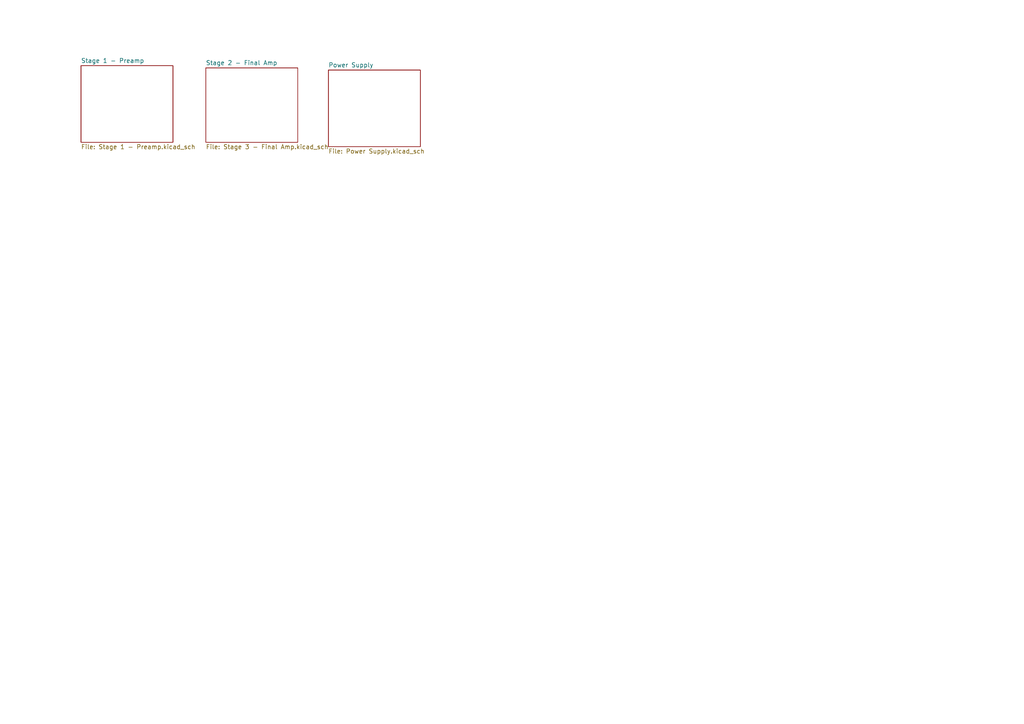
<source format=kicad_sch>
(kicad_sch (version 20211123) (generator eeschema)
  (paper "A4")
  (lib_symbols)
  (sheet (at 23.495 19.05) (size 26.67 22.225) (stroke (width 0.1524))
    (property "Sheet name" "Stage 1 - Preamp" (at 23.495 18.3384 0) (effects (justify left bottom)))
    (property "Sheet file" "Stage 1 - Preamp.kicad_sch" (at 23.495 41.8596 0) (effects (justify left top)))
  )
  (sheet (at 95.25 20.32) (size 26.67 22.225) (stroke (width 0.1524))
    (property "Sheet name" "Power Supply" (at 95.25 19.6084 0) (effects (justify left bottom)))
    (property "Sheet file" "Power Supply.kicad_sch" (at 95.25 43.1296 0) (effects (justify left top)))
  )
  (sheet (at 59.69 19.685) (size 26.67 21.59) (stroke (width 0.1524))
    (property "Sheet name" "Stage 2 - Final Amp" (at 59.69 18.9734 0) (effects (justify left bottom)))
    (property "Sheet file" "Stage 3 - Final Amp.kicad_sch" (at 59.69 41.8596 0) (effects (justify left top)))
  )
)
</source>
